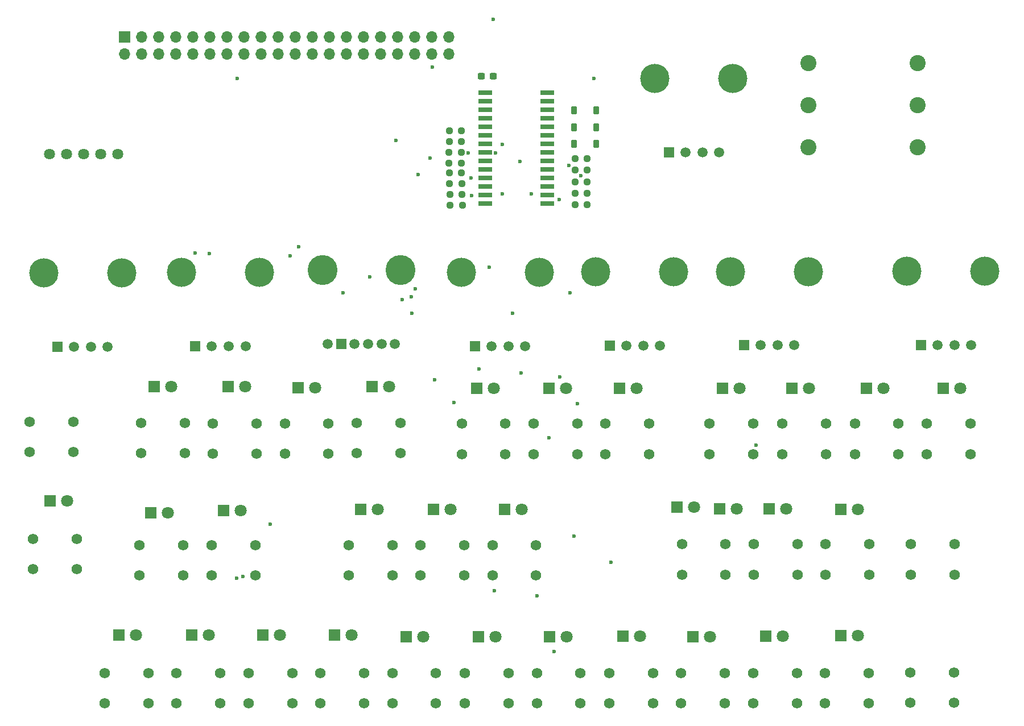
<source format=gbs>
G04 #@! TF.GenerationSoftware,KiCad,Pcbnew,8.0.2*
G04 #@! TF.CreationDate,2024-10-15T19:39:21+09:00*
G04 #@! TF.ProjectId,frontPanel,66726f6e-7450-4616-9e65-6c2e6b696361,rev?*
G04 #@! TF.SameCoordinates,Original*
G04 #@! TF.FileFunction,Soldermask,Bot*
G04 #@! TF.FilePolarity,Negative*
%FSLAX46Y46*%
G04 Gerber Fmt 4.6, Leading zero omitted, Abs format (unit mm)*
G04 Created by KiCad (PCBNEW 8.0.2) date 2024-10-15 19:39:21*
%MOMM*%
%LPD*%
G01*
G04 APERTURE LIST*
G04 Aperture macros list*
%AMRoundRect*
0 Rectangle with rounded corners*
0 $1 Rounding radius*
0 $2 $3 $4 $5 $6 $7 $8 $9 X,Y pos of 4 corners*
0 Add a 4 corners polygon primitive as box body*
4,1,4,$2,$3,$4,$5,$6,$7,$8,$9,$2,$3,0*
0 Add four circle primitives for the rounded corners*
1,1,$1+$1,$2,$3*
1,1,$1+$1,$4,$5*
1,1,$1+$1,$6,$7*
1,1,$1+$1,$8,$9*
0 Add four rect primitives between the rounded corners*
20,1,$1+$1,$2,$3,$4,$5,0*
20,1,$1+$1,$4,$5,$6,$7,0*
20,1,$1+$1,$6,$7,$8,$9,0*
20,1,$1+$1,$8,$9,$2,$3,0*%
G04 Aperture macros list end*
%ADD10R,1.500000X1.500000*%
%ADD11C,1.500000*%
%ADD12C,4.350000*%
%ADD13C,1.575000*%
%ADD14R,1.800000X1.800000*%
%ADD15C,1.800000*%
%ADD16C,2.400000*%
%ADD17C,1.635000*%
%ADD18C,4.455000*%
%ADD19R,1.700000X1.700000*%
%ADD20O,1.700000X1.700000*%
%ADD21RoundRect,0.237500X-0.250000X-0.237500X0.250000X-0.237500X0.250000X0.237500X-0.250000X0.237500X0*%
%ADD22RoundRect,0.237500X0.250000X0.237500X-0.250000X0.237500X-0.250000X-0.237500X0.250000X-0.237500X0*%
%ADD23RoundRect,0.225000X0.225000X0.375000X-0.225000X0.375000X-0.225000X-0.375000X0.225000X-0.375000X0*%
%ADD24R,2.100000X0.650000*%
%ADD25RoundRect,0.237500X-0.300000X-0.237500X0.300000X-0.237500X0.300000X0.237500X-0.300000X0.237500X0*%
%ADD26C,0.600000*%
G04 APERTURE END LIST*
D10*
X89100000Y-74575000D03*
D11*
X91600000Y-74575000D03*
X94100000Y-74575000D03*
X96600000Y-74575000D03*
D12*
X87050000Y-63575000D03*
X98650000Y-63575000D03*
D13*
X162831000Y-90650000D03*
X156331000Y-90650000D03*
X162831000Y-86150000D03*
X156331000Y-86150000D03*
X94100000Y-127800000D03*
X87600000Y-127800000D03*
X94100000Y-123300000D03*
X87600000Y-123300000D03*
D10*
X26950000Y-74700000D03*
D11*
X29450000Y-74700000D03*
X31950000Y-74700000D03*
X34450000Y-74700000D03*
D12*
X24900000Y-63700000D03*
X36500000Y-63700000D03*
D13*
X104331000Y-90650000D03*
X97831000Y-90650000D03*
X104331000Y-86150000D03*
X97831000Y-86150000D03*
D14*
X100096000Y-80850000D03*
D15*
X102636000Y-80850000D03*
D14*
X72091000Y-98900000D03*
D15*
X74631000Y-98900000D03*
D14*
X40831000Y-99400000D03*
D15*
X43371000Y-99400000D03*
D13*
X130531000Y-90650000D03*
X124031000Y-90650000D03*
X130531000Y-86150000D03*
X124031000Y-86150000D03*
X98200000Y-108700000D03*
X91700000Y-108700000D03*
X98200000Y-104200000D03*
X91700000Y-104200000D03*
X29331000Y-90350000D03*
X22831000Y-90350000D03*
X29331000Y-85850000D03*
X22831000Y-85850000D03*
X126300000Y-127800000D03*
X119800000Y-127800000D03*
X126300000Y-123300000D03*
X119800000Y-123300000D03*
D14*
X46925000Y-117600000D03*
D15*
X49465000Y-117600000D03*
D14*
X52391000Y-80650000D03*
D15*
X54931000Y-80650000D03*
D14*
X36100000Y-117600000D03*
D15*
X38640000Y-117600000D03*
D16*
X155000000Y-38700000D03*
X138700000Y-38700000D03*
X155000000Y-32400000D03*
X138700000Y-32400000D03*
X155000000Y-45000000D03*
X138700000Y-45000000D03*
D13*
X152131000Y-90650000D03*
X145631000Y-90650000D03*
X152131000Y-86150000D03*
X145631000Y-86150000D03*
X141331000Y-90650000D03*
X134831000Y-90650000D03*
X141331000Y-86150000D03*
X134831000Y-86150000D03*
D14*
X132360000Y-117800000D03*
D15*
X134900000Y-117800000D03*
D13*
X56600000Y-90600000D03*
X50100000Y-90600000D03*
X56600000Y-86100000D03*
X50100000Y-86100000D03*
X87500000Y-108700000D03*
X81000000Y-108700000D03*
X87500000Y-104200000D03*
X81000000Y-104200000D03*
D10*
X155450000Y-74400000D03*
D11*
X157950000Y-74400000D03*
X160450000Y-74400000D03*
X162950000Y-74400000D03*
D12*
X153400000Y-63400000D03*
X165000000Y-63400000D03*
D14*
X143560000Y-117700000D03*
D15*
X146100000Y-117700000D03*
D14*
X82956000Y-98900000D03*
D15*
X85496000Y-98900000D03*
D13*
X45700000Y-108700000D03*
X39200000Y-108700000D03*
X45700000Y-104200000D03*
X39200000Y-104200000D03*
D14*
X78825000Y-117900000D03*
D15*
X81365000Y-117900000D03*
D10*
X117950000Y-45700000D03*
D11*
X120450000Y-45700000D03*
X122950000Y-45700000D03*
X125450000Y-45700000D03*
D12*
X115900000Y-34700000D03*
X127500000Y-34700000D03*
D14*
X147391000Y-80850000D03*
D15*
X149931000Y-80850000D03*
D14*
X158831000Y-80850000D03*
D15*
X161371000Y-80850000D03*
D14*
X89331000Y-80850000D03*
D15*
X91871000Y-80850000D03*
D14*
X41391000Y-80650000D03*
D15*
X43931000Y-80650000D03*
D14*
X100225000Y-117900000D03*
D15*
X102765000Y-117900000D03*
D13*
X29835000Y-107800000D03*
X23335000Y-107800000D03*
X29835000Y-103300000D03*
X23335000Y-103300000D03*
X160400000Y-127700000D03*
X153900000Y-127700000D03*
X160400000Y-123200000D03*
X153900000Y-123200000D03*
X147700000Y-127800000D03*
X141200000Y-127800000D03*
X147700000Y-123300000D03*
X141200000Y-123300000D03*
X61900000Y-127790000D03*
X55400000Y-127790000D03*
X61900000Y-123290000D03*
X55400000Y-123290000D03*
D14*
X110631000Y-80850000D03*
D15*
X113171000Y-80850000D03*
D13*
X126400000Y-108600000D03*
X119900000Y-108600000D03*
X126400000Y-104100000D03*
X119900000Y-104100000D03*
X45931000Y-90550000D03*
X39431000Y-90550000D03*
X45931000Y-86050000D03*
X39431000Y-86050000D03*
D14*
X73791000Y-80650000D03*
D15*
X76331000Y-80650000D03*
D14*
X119156000Y-98600000D03*
D15*
X121696000Y-98600000D03*
D17*
X28340000Y-46000000D03*
X30880000Y-46000000D03*
X33420000Y-46000000D03*
X25800000Y-46000000D03*
X35960000Y-46000000D03*
D14*
X57560000Y-117600000D03*
D15*
X60100000Y-117600000D03*
D14*
X132891000Y-98800000D03*
D15*
X135431000Y-98800000D03*
D10*
X129150000Y-74475000D03*
D11*
X131650000Y-74475000D03*
X134150000Y-74475000D03*
X136650000Y-74475000D03*
D12*
X127100000Y-63475000D03*
X138700000Y-63475000D03*
D10*
X47450000Y-74600000D03*
D11*
X49950000Y-74600000D03*
X52450000Y-74600000D03*
X54950000Y-74600000D03*
D12*
X45400000Y-63600000D03*
X57000000Y-63600000D03*
D13*
X56431000Y-108700000D03*
X49931000Y-108700000D03*
X56431000Y-104200000D03*
X49931000Y-104200000D03*
X83300000Y-127800000D03*
X76800000Y-127800000D03*
X83300000Y-123300000D03*
X76800000Y-123300000D03*
X67300000Y-90600000D03*
X60800000Y-90600000D03*
X67300000Y-86100000D03*
X60800000Y-86100000D03*
D14*
X121560000Y-117900000D03*
D15*
X124100000Y-117900000D03*
D10*
X109150000Y-74500000D03*
D11*
X111650000Y-74500000D03*
X114150000Y-74500000D03*
X116650000Y-74500000D03*
D12*
X107100000Y-63500000D03*
X118700000Y-63500000D03*
D14*
X25860000Y-97600000D03*
D15*
X28400000Y-97600000D03*
D13*
X78031000Y-90550000D03*
X71531000Y-90550000D03*
X78031000Y-86050000D03*
X71531000Y-86050000D03*
D14*
X143556000Y-98900000D03*
D15*
X146096000Y-98900000D03*
D14*
X125956000Y-80850000D03*
D15*
X128496000Y-80850000D03*
D14*
X125531000Y-98800000D03*
D15*
X128071000Y-98800000D03*
D13*
X93631000Y-90650000D03*
X87131000Y-90650000D03*
X93631000Y-86150000D03*
X87131000Y-86150000D03*
X76800000Y-108700000D03*
X70300000Y-108700000D03*
X76800000Y-104200000D03*
X70300000Y-104200000D03*
D14*
X89625000Y-117900000D03*
D15*
X92165000Y-117900000D03*
D14*
X136256000Y-80850000D03*
D15*
X138796000Y-80850000D03*
D14*
X62791000Y-80750000D03*
D15*
X65331000Y-80750000D03*
D13*
X72600000Y-127800000D03*
X66100000Y-127800000D03*
X72600000Y-123300000D03*
X66100000Y-123300000D03*
X40480000Y-127790000D03*
X33980000Y-127790000D03*
X40480000Y-123290000D03*
X33980000Y-123290000D03*
D10*
X69200000Y-74300000D03*
D11*
X67200000Y-74300000D03*
X77200000Y-74300000D03*
X71200000Y-74300000D03*
X73200000Y-74300000D03*
X75200000Y-74300000D03*
D18*
X66400000Y-63300000D03*
X78000000Y-63300000D03*
D13*
X115600000Y-127800000D03*
X109100000Y-127800000D03*
X115600000Y-123300000D03*
X109100000Y-123300000D03*
X137000000Y-127800000D03*
X130500000Y-127800000D03*
X137000000Y-123300000D03*
X130500000Y-123300000D03*
D14*
X111125000Y-117800000D03*
D15*
X113665000Y-117800000D03*
D13*
X137100000Y-108600000D03*
X130600000Y-108600000D03*
X137100000Y-104100000D03*
X130600000Y-104100000D03*
D14*
X68225000Y-117600000D03*
D15*
X70765000Y-117600000D03*
D13*
X115031000Y-90650000D03*
X108531000Y-90650000D03*
X115031000Y-86150000D03*
X108531000Y-86150000D03*
X51200000Y-127790000D03*
X44700000Y-127790000D03*
X51200000Y-123290000D03*
X44700000Y-123290000D03*
X160500000Y-108600000D03*
X154000000Y-108600000D03*
X160500000Y-104100000D03*
X154000000Y-104100000D03*
X147800000Y-108600000D03*
X141300000Y-108600000D03*
X147800000Y-104100000D03*
X141300000Y-104100000D03*
D14*
X51656000Y-99100000D03*
D15*
X54196000Y-99100000D03*
D19*
X36940000Y-28560000D03*
D20*
X36940000Y-31100000D03*
X39480000Y-28560000D03*
X39480000Y-31100000D03*
X42020000Y-28560000D03*
X42020000Y-31100000D03*
X44560000Y-28560000D03*
X44560000Y-31100000D03*
X47100000Y-28560000D03*
X47100000Y-31100000D03*
X49640000Y-28560000D03*
X49640000Y-31100000D03*
X52180000Y-28560000D03*
X52180000Y-31100000D03*
X54720000Y-28560000D03*
X54720000Y-31100000D03*
X57260000Y-28560000D03*
X57260000Y-31100000D03*
X59800000Y-28560000D03*
X59800000Y-31100000D03*
X62340000Y-28560000D03*
X62340000Y-31100000D03*
X64880000Y-28560000D03*
X64880000Y-31100000D03*
X67420000Y-28560000D03*
X67420000Y-31100000D03*
X69960000Y-28560000D03*
X69960000Y-31100000D03*
X72500000Y-28560000D03*
X72500000Y-31100000D03*
X75040000Y-28560000D03*
X75040000Y-31100000D03*
X77580000Y-28560000D03*
X77580000Y-31100000D03*
X80120000Y-28560000D03*
X80120000Y-31100000D03*
X82660000Y-28560000D03*
X82660000Y-31100000D03*
X85200000Y-28560000D03*
X85200000Y-31100000D03*
D14*
X93556000Y-98900000D03*
D15*
X96096000Y-98900000D03*
D13*
X104800000Y-127800000D03*
X98300000Y-127800000D03*
X104800000Y-123300000D03*
X98300000Y-123300000D03*
D21*
X103987500Y-48400000D03*
X105812500Y-48400000D03*
D22*
X87075000Y-47305000D03*
X85250000Y-47305000D03*
D21*
X103987500Y-50100000D03*
X105812500Y-50100000D03*
D22*
X87250000Y-53605000D03*
X85425000Y-53605000D03*
D23*
X107162500Y-44500000D03*
X103862500Y-44500000D03*
D22*
X87162500Y-50405000D03*
X85337500Y-50405000D03*
D24*
X99900000Y-36850000D03*
X99900000Y-38120000D03*
X99900000Y-39390000D03*
X99900000Y-40660000D03*
X99900000Y-41930000D03*
X99900000Y-43200000D03*
X99900000Y-44470000D03*
X99900000Y-45740000D03*
X99900000Y-47010000D03*
X99900000Y-48280000D03*
X99900000Y-49550000D03*
X99900000Y-50820000D03*
X99900000Y-52090000D03*
X99900000Y-53360000D03*
X90600000Y-53360000D03*
X90600000Y-52090000D03*
X90600000Y-50820000D03*
X90600000Y-49550000D03*
X90600000Y-48280000D03*
X90600000Y-47010000D03*
X90600000Y-45740000D03*
X90600000Y-44470000D03*
X90600000Y-43200000D03*
X90600000Y-41930000D03*
X90600000Y-40660000D03*
X90600000Y-39390000D03*
X90600000Y-38120000D03*
X90600000Y-36850000D03*
D22*
X87075000Y-45705000D03*
X85250000Y-45705000D03*
D25*
X90075000Y-34400000D03*
X91800000Y-34400000D03*
D22*
X87087500Y-42495000D03*
X85262500Y-42495000D03*
D21*
X103987500Y-53500000D03*
X105812500Y-53500000D03*
D22*
X87087500Y-44105000D03*
X85262500Y-44105000D03*
D23*
X107162500Y-42000000D03*
X103862500Y-42000000D03*
D22*
X87087500Y-48805000D03*
X85262500Y-48805000D03*
D23*
X107162500Y-39500000D03*
X103862500Y-39500000D03*
D21*
X103987500Y-51800000D03*
X105812500Y-51800000D03*
X104000000Y-46700000D03*
X105825000Y-46700000D03*
D22*
X87175000Y-52005000D03*
X85350000Y-52005000D03*
D26*
X91800000Y-25900000D03*
X106800000Y-34700000D03*
X100104000Y-88231200D03*
X95803700Y-47109300D03*
X93192200Y-44556500D03*
X98359400Y-111780300D03*
X92019200Y-110991800D03*
X53648000Y-109157400D03*
X97460500Y-51913800D03*
X92158600Y-45823600D03*
X100890300Y-120065200D03*
X62841900Y-59817200D03*
X82381000Y-46551500D03*
X54608600Y-108892900D03*
X88078800Y-45835800D03*
X47492300Y-60685200D03*
X83076200Y-79639500D03*
X88494900Y-49538600D03*
X91217100Y-62863700D03*
X89742600Y-77974900D03*
X95938700Y-78589000D03*
X61634900Y-61185600D03*
X88606700Y-52169300D03*
X85961100Y-82945500D03*
X101734300Y-79203200D03*
X103283000Y-66652500D03*
X104839600Y-49197600D03*
X103069600Y-47683300D03*
X130897100Y-89350000D03*
X93165500Y-51876800D03*
X79716700Y-69665000D03*
X82729400Y-33049200D03*
X94702900Y-69699900D03*
X79656900Y-67235100D03*
X80185200Y-66069900D03*
X53751000Y-34724900D03*
X73486100Y-64303200D03*
X78304700Y-67654800D03*
X69460000Y-66683300D03*
X77329500Y-43963000D03*
X80614800Y-49012100D03*
X49600500Y-60775500D03*
X58637000Y-101103900D03*
X109317600Y-106751800D03*
X103835400Y-102882600D03*
X101656400Y-52725000D03*
X104347600Y-83177000D03*
M02*

</source>
